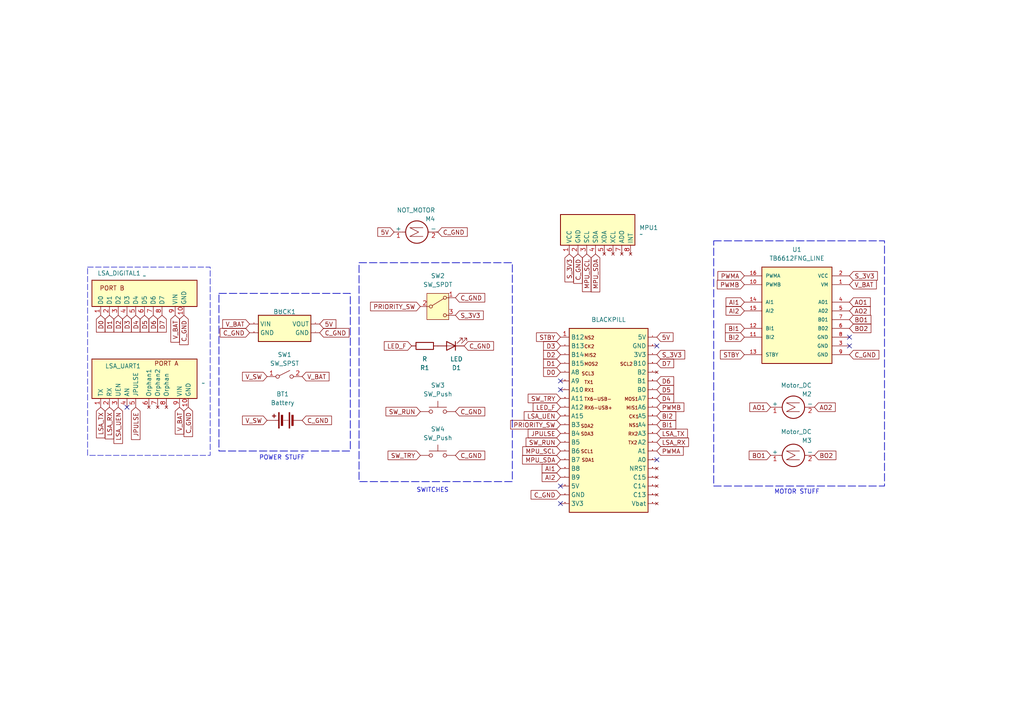
<source format=kicad_sch>
(kicad_sch (version 20250114) (generator "eeschema") (generator_version "9.0")
  (paper "A4")
  (lib_symbols
    (symbol "Device:Battery" (pin_numbers (hide yes)) (pin_names (offset 0) (hide yes))
      (property "Reference" "BT" (at 2.54 2.54 0))
      (property "Value" "Battery" (at 2.54 0 0))
      (symbol "Battery_0_1"
        (rectangle (start -2.286 1.778) (end 2.286 1.524) (fill (type outline)))
        (rectangle (start -2.286 -1.27) (end 2.286 -1.524) (fill (type outline)))
        (rectangle (start -1.524 1.016) (end 1.524 0.508) (fill (type outline)))
        (rectangle (start -1.524 -2.032) (end 1.524 -2.54) (fill (type outline)))
        (polyline (pts (xy 0 1.778) (xy 0 2.54)))
        (polyline (pts (xy 0 0) (xy 0 0.254)))
        (polyline (pts (xy 0 -0.508) (xy 0 -0.254)))
        (polyline (pts (xy 0 -1.016) (xy 0 -0.762)))
        (polyline (pts (xy 0.762 3.048) (xy 1.778 3.048)) (stroke (width 0.254)))
        (polyline (pts (xy 1.27 3.556) (xy 1.27 2.54)) (stroke (width 0.254)))
      )
      (symbol "Battery_1_1"
        (pin passive line (at 0 5.08 270) (length 2.54) (name "+") (number "1"))
        (pin passive line (at 0 -5.08 90) (length 2.54) (name "-") (number "2"))
      )
    )
    (symbol "Device:LED" (pin_numbers (hide yes)) (pin_names (offset 1.016) (hide yes))
      (property "Reference" "D" (at 0 2.54 0))
      (property "Value" "LED" (at 0 -2.54 0))
      (symbol "LED_0_1"
        (polyline (pts (xy -3.048 -0.762) (xy -4.572 -2.286) (xy -3.81 -2.286) (xy -4.572 -2.286) (xy -4.572 -1.524)))
        (polyline (pts (xy -1.778 -0.762) (xy -3.302 -2.286) (xy -2.54 -2.286) (xy -3.302 -2.286) (xy -3.302 -1.524)))
        (polyline (pts (xy -1.27 0) (xy 1.27 0)))
        (polyline (pts (xy -1.27 -1.27) (xy -1.27 1.27)) (stroke (width 0.254)))
        (polyline (pts (xy 1.27 -1.27) (xy 1.27 1.27) (xy -1.27 0) (xy 1.27 -1.27)) (stroke (width 0.254)))
      )
      (symbol "LED_1_1"
        (pin passive line (at -3.81 0 0) (length 2.54) (name "K") (number "1"))
        (pin passive line (at 3.81 0 180) (length 2.54) (name "A") (number "2"))
      )
    )
    (symbol "Device:R" (pin_numbers (hide yes)) (pin_names (offset 0))
      (property "Reference" "R" (at 2.032 0 90))
      (property "Value" "R" (at 0 0 90))
      (symbol "R_0_1"
        (rectangle (start -1.016 -2.54) (end 1.016 2.54) (stroke (width 0.254)))
      )
      (symbol "R_1_1"
        (pin passive line (at 0 3.81 270) (length 1.27) (name "~") (number "1"))
        (pin passive line (at 0 -3.81 90) (length 1.27) (name "~") (number "2"))
      )
    )
    (symbol "LINE_F_SYM_LIB:BUCK_LINE"
      (property "Reference" "BUCK" (at 7.112 13.97 0))
      (symbol "BUCK_LINE_1_0"
        (rectangle (start 0 12.7) (end 15.24 5.08) (stroke (width 0.254)) (fill (type background)))
        (pin power_in line (at -2.54 10.16 0) (length 2.54) (name "VIN") (number "1"))
        (pin power_in line (at -2.54 7.62 0) (length 2.54) (name "GND") (number "3"))
        (pin power_out line (at 17.78 10.16 180) (length 2.54) (name "VOUT") (number "2"))
        (pin power_in line (at 17.78 7.62 180) (length 2.54) (name "GND") (number "4"))
      )
    )
    (symbol "LINE_F_SYM_LIB:FINAL_BLACKPILL_LINE"
      (property "Value" "BLACKPILL" (at -5.842 30.734 0))
      (symbol "FINAL_BLACKPILL_LINE_0_0"
        (text "SDA2" (at -14.478 1.4732 0) (effects (font (size 0.9652 0.9652)) (justify left top)))
        (text "SDA3" (at -14.478 -0.8128 0) (effects (font (size 0.9652 0.9652)) (justify left top)))
        (text "SCL1" (at -14.478 -5.8928 0) (effects (font (size 0.9652 0.9652)) (justify left top)))
        (text "SCL3" (at -14.2494 16.6624 0) (effects (font (size 0.9652 0.9652)) (justify left top)))
        (text "SDA1" (at -14.224 -8.382 0) (effects (font (size 0.9652 0.9652)) (justify left top)))
        (text "NS2" (at -13.4874 27.0764 0) (effects (font (size 0.9652 0.9652)) (justify left top)))
        (text "CK2" (at -13.4874 24.5364 0) (effects (font (size 0.9652 0.9652)) (justify left top)))
        (text "MIS2" (at -13.4874 21.9964 0) (effects (font (size 0.9652 0.9652)) (justify left top)))
        (text "MOS2" (at -13.4874 19.4564 0) (effects (font (size 0.9652 0.9652)) (justify left top)))
        (text "TX6-USB-" (at -13.4874 9.2964 0) (effects (font (size 0.9652 0.9652)) (justify left top)))
        (text "RX6-USB+" (at -13.4874 6.7564 0) (effects (font (size 0.9652 0.9652)) (justify left top)))
        (text "TX1" (at -13.462 14.1732 0) (effects (font (size 0.9652 0.9652)) (justify left top)))
        (text "RX1" (at -13.462 11.8872 0) (effects (font (size 0.9652 0.9652)) (justify left top)))
        (text "SCL2" (at -3.0988 19.4564 0) (effects (font (size 0.9652 0.9652)) (justify left top)))
        (text "MOS1" (at -1.8288 9.2964 0) (effects (font (size 0.9652 0.9652)) (justify left top)))
        (text "MIS1" (at -1.3208 6.7564 0) (effects (font (size 0.9652 0.9652)) (justify left top)))
        (text "RX2" (at -0.762 -0.8128 0) (effects (font (size 0.9652 0.9652)) (justify left top)))
        (text "TX2" (at -0.762 -3.3528 0) (effects (font (size 0.9652 0.9652)) (justify left top)))
        (text "CK1" (at -0.5588 4.2164 0) (effects (font (size 0.9652 0.9652)) (justify left top)))
        (text "NS1" (at -0.5588 1.7018 0) (effects (font (size 0.9652 0.9652)) (justify left top)))
        (pin bidirectional line (at -20.32 24.13 0) (length 2.54) (name "B13") (number "2"))
        (pin bidirectional line (at -20.32 21.59 0) (length 2.54) (name "B14") (number "3"))
        (pin bidirectional line (at -20.32 19.05 0) (length 2.54) (name "B15") (number "4"))
        (pin bidirectional line (at -20.32 16.51 0) (length 2.54) (name "A8") (number "5"))
        (pin bidirectional line (at -20.32 13.97 0) (length 2.54) (name "A9") (number "6"))
        (pin bidirectional line (at -20.32 11.43 0) (length 2.54) (name "A10") (number "7"))
        (pin bidirectional line (at -20.32 8.89 0) (length 2.54) (name "A11") (number "8"))
        (pin bidirectional line (at -20.32 6.35 0) (length 2.54) (name "A12") (number "9"))
        (pin bidirectional line (at -20.32 3.81 0) (length 2.54) (name "A15") (number "10"))
        (pin bidirectional line (at -20.32 1.27 0) (length 2.54) (name "B3") (number "11"))
        (pin bidirectional line (at -20.32 -1.27 0) (length 2.54) (name "B4") (number "12"))
        (pin bidirectional line (at -20.32 -6.35 0) (length 2.54) (name "B6") (number "14"))
        (pin bidirectional line (at -20.32 -8.89 0) (length 2.54) (name "B7") (number "15"))
        (pin bidirectional line (at -20.32 -11.43 0) (length 2.54) (name "B8") (number "16"))
        (pin bidirectional line (at -20.32 -13.97 0) (length 2.54) (name "B9") (number "17"))
        (pin bidirectional line (at 7.62 19.05 180) (length 2.54) (name "B10") (number "24"))
        (pin no_connect line (at 7.62 16.51 180) (length 2.54) (name "B2") (number "25"))
        (pin bidirectional line (at 7.62 13.97 180) (length 2.54) (name "B1") (number "26"))
        (pin bidirectional line (at 7.62 11.43 180) (length 2.54) (name "B0") (number "27"))
        (pin bidirectional line (at 7.62 8.89 180) (length 2.54) (name "A7") (number "28"))
        (pin bidirectional line (at 7.62 6.35 180) (length 2.54) (name "A6") (number "29"))
        (pin bidirectional line (at 7.62 3.81 180) (length 2.54) (name "A5") (number "30"))
        (pin bidirectional line (at 7.62 1.27 180) (length 2.54) (name "A4") (number "31"))
        (pin bidirectional line (at 7.62 -1.27 180) (length 2.54) (name "A3") (number "32"))
        (pin bidirectional line (at 7.62 -3.81 180) (length 2.54) (name "A2") (number "33"))
        (pin bidirectional line (at 7.62 -6.35 180) (length 2.54) (name "A1") (number "34"))
        (pin no_connect line (at 7.62 -13.97 180) (length 2.54) (name "C15") (number "37"))
        (pin no_connect line (at 7.62 -16.51 180) (length 2.54) (name "C14") (number "38"))
        (pin no_connect line (at 7.62 -19.05 180) (length 2.54) (name "C13") (number "39"))
      )
      (symbol "FINAL_BLACKPILL_LINE_1_0"
        (rectangle (start -17.78 29.21) (end 5.08 -24.13) (stroke (width 0.254)) (fill (type background)))
        (pin bidirectional line (at -20.32 26.67 0) (length 2.54) (name "B12") (number "1"))
        (pin bidirectional line (at -20.32 -3.81 0) (length 2.54) (name "B5") (number "13"))
        (pin power_in line (at -20.32 -16.51 0) (length 2.54) (name "5V") (number "18"))
        (pin power_in line (at -20.32 -19.05 0) (length 2.54) (name "GND") (number "19"))
        (pin power_in line (at -20.32 -21.59 0) (length 2.54) (name "3V3") (number "20"))
        (pin power_in line (at 7.62 26.67 180) (length 2.54) (name "5V") (number "21"))
        (pin power_in line (at 7.62 24.13 180) (length 2.54) (name "GND") (number "22"))
        (pin power_in line (at 7.62 21.59 180) (length 2.54) (name "3V3") (number "23"))
        (pin bidirectional line (at 7.62 -8.89 180) (length 2.54) (name "A0") (number "35"))
        (pin no_connect line (at 7.62 -11.43 180) (length 2.54) (name "NRST") (number "36"))
        (pin no_connect line (at 7.62 -21.59 180) (length 2.54) (name "Vbat") (number "40"))
      )
    )
    (symbol "LINE_F_SYM_LIB:LSA_DIGITAL"
      (property "Reference" "LSA_DIGITAL" (at 4.572 8.636 0))
      (symbol "LSA_DIGITAL_1_0"
        (rectangle (start -2.54 7.62) (end 27.94 0) (stroke (width 0.254)) (fill (type background)))
      )
      (symbol "LSA_DIGITAL_1_1"
        (text "PORT B\n" (at 3.302 5.334 0) (effects (font (size 1.27 1.27))))
        (pin bidirectional line (at 0 -2.54 90) (length 2.54) (name "D0") (number "1"))
        (pin bidirectional line (at 2.54 -2.54 90) (length 2.54) (name "D1") (number "2"))
        (pin bidirectional line (at 5.08 -2.54 90) (length 2.54) (name "D2") (number "3"))
        (pin bidirectional line (at 7.62 -2.54 90) (length 2.54) (name "D3") (number "4"))
        (pin bidirectional line (at 10.16 -2.54 90) (length 2.54) (name "D4") (number "5"))
        (pin bidirectional line (at 12.7 -2.54 90) (length 2.54) (name "D5") (number "6"))
        (pin bidirectional line (at 15.24 -2.54 90) (length 2.54) (name "D6") (number "7"))
        (pin bidirectional line (at 17.78 -2.54 90) (length 2.54) (name "D7") (number "8"))
        (pin bidirectional line (at 21.59 -2.54 90) (length 2.54) (name "VIN") (number "9"))
        (pin bidirectional line (at 24.13 -2.54 90) (length 2.54) (name "GND") (number "10"))
      )
    )
    (symbol "LINE_F_SYM_LIB:LSA_UART"
      (property "Reference" "LSA_UART" (at 0.508 8.89 0))
      (symbol "LSA_UART_1_0"
        (rectangle (start -8.89 10.16) (end 21.59 -1.27) (stroke (width 0.254)) (fill (type background)))
      )
      (symbol "LSA_UART_1_1"
        (text "PORT A\n" (at 12.7 8.89 0) (effects (font (size 1.27 1.27))))
        (pin bidirectional line (at -6.35 -3.81 90) (length 2.54) (name "TX") (number "1"))
        (pin bidirectional line (at -3.81 -3.81 90) (length 2.54) (name "RX") (number "2"))
        (pin bidirectional line (at -1.27 -3.81 90) (length 2.54) (name "UEN") (number "3"))
        (pin bidirectional line (at 1.27 -3.81 90) (length 2.54) (name "AN") (number "4"))
        (pin bidirectional line (at 3.81 -3.81 90) (length 2.54) (name "JPULSE") (number "5"))
        (pin no_connect line (at 7.62 -3.81 90) (length 2.54) (name "Orphan1") (number "6"))
        (pin no_connect line (at 10.16 -3.81 90) (length 2.54) (name "Orphan2") (number "7"))
        (pin no_connect line (at 12.7 -3.81 90) (length 2.54) (name "Orphan") (number "8"))
        (pin bidirectional line (at 16.51 -3.81 90) (length 2.54) (name "VIN") (number "9"))
        (pin bidirectional line (at 19.05 -3.81 90) (length 2.54) (name "GND") (number "10"))
      )
    )
    (symbol "LINE_F_SYM_LIB:MPU6050"
      (property "Reference" "MPU6050" (at 9.144 8.636 0))
      (symbol "MPU6050_1_0"
        (rectangle (start 5.08 7.62) (end 13.97 -13.97) (stroke (width 0.254)) (fill (type background)))
      )
      (symbol "MPU6050_1_1"
        (pin bidirectional line (at 2.54 5.08 0) (length 2.54) (name "VCC") (number "1"))
        (pin bidirectional line (at 2.54 2.54 0) (length 2.54) (name "GND") (number "2"))
        (pin bidirectional line (at 2.54 0 0) (length 2.54) (name "SCL") (number "3"))
        (pin bidirectional line (at 2.54 -2.54 0) (length 2.54) (name "SDA") (number "4"))
        (pin no_connect line (at 2.54 -5.08 0) (length 2.54) (name "XDA") (number "5"))
        (pin no_connect line (at 2.54 -7.62 0) (length 2.54) (name "XCL") (number "6"))
        (pin no_connect line (at 2.54 -10.16 0) (length 2.54) (name "ADO") (number "7"))
        (pin no_connect line (at 2.54 -12.7 0) (length 2.54) (name "INT") (number "8"))
      )
    )
    (symbol "LINE_F_SYM_LIB:TB6612FNG_LINE" (pin_names (offset 1.016))
      (property "Reference" "U" (at -10.16 16.002 0))
      (property "Value" "TB6612FNG" (at -5.08 -14.986 0))
      (symbol "TB6612FNG_LINE_0_0"
        (rectangle (start -10.16 -12.7) (end 10.16 15.24) (stroke (width 0.254)) (fill (type background)))
        (pin input line (at -15.24 12.7 0) (length 5.08) (name "PWMA") (number "16"))
        (pin input line (at -15.24 10.16 0) (length 5.08) (name "PWMB") (number "10"))
        (pin input line (at -15.24 5.08 0) (length 5.08) (name "AI1") (number "14"))
        (pin input line (at -15.24 2.54 0) (length 5.08) (name "AI2") (number "15"))
        (pin input line (at -15.24 -2.54 0) (length 5.08) (name "BI1") (number "12"))
        (pin input line (at -15.24 -5.08 0) (length 5.08) (name "BI2") (number "11"))
        (pin input line (at -15.24 -10.16 0) (length 5.08) (name "STBY") (number "13"))
        (pin power_in line (at 15.24 12.7 180) (length 5.08) (name "VCC") (number "2"))
        (pin power_in line (at 15.24 10.16 180) (length 5.08) (name "VM") (number "1"))
        (pin output line (at 15.24 5.08 180) (length 5.08) (name "A01") (number "4"))
        (pin output line (at 15.24 2.54 180) (length 5.08) (name "A02") (number "5"))
        (pin output line (at 15.24 0 180) (length 5.08) (name "B01") (number "7"))
        (pin output line (at 15.24 -2.54 180) (length 5.08) (name "B02") (number "6"))
        (pin power_in line (at 15.24 -5.08 180) (length 5.08) (name "GND") (number "8"))
        (pin power_in line (at 15.24 -7.62 180) (length 5.08) (name "GND") (number "3"))
        (pin power_in line (at 15.24 -10.16 180) (length 5.08) (name "GND") (number "9"))
      )
    )
    (symbol "Motor:Motor_DC" (pin_names (offset 0))
      (property "Reference" "M" (at 2.54 2.54 0))
      (property "Value" "Motor_DC" (at 2.54 -5.08 0))
      (symbol "Motor_DC_0_0"
        (polyline (pts (xy -1.27 -3.302) (xy -1.27 0.508) (xy 0 -2.032) (xy 1.27 0.508) (xy 1.27 -3.302)))
      )
      (symbol "Motor_DC_0_1"
        (polyline (pts (xy 0 2.032) (xy 0 2.54)))
        (polyline (pts (xy 0 1.7272) (xy 0 2.0828)))
        (circle (center 0 -1.524) (radius 3.2512) (stroke (width 0.254)))
        (polyline (pts (xy 0 -4.7752) (xy 0 -5.1816)))
        (polyline (pts (xy 0 -7.62) (xy 0 -7.112)))
      )
      (symbol "Motor_DC_1_1"
        (pin passive line (at 0 5.08 270) (length 2.54) (name "+") (number "1"))
        (pin passive line (at 0 -7.62 90) (length 2.54) (name "-") (number "2"))
      )
    )
    (symbol "Switch:SW_Push" (pin_numbers (hide yes)) (pin_names (offset 1.016) (hide yes))
      (property "Reference" "SW" (at 1.27 2.54 0))
      (property "Value" "SW_Push" (at 0 -1.524 0))
      (symbol "SW_Push_0_1"
        (circle (center -2.032 0) (radius 0.508))
        (polyline (pts (xy 0 1.27) (xy 0 3.048)))
        (circle (center 2.032 0) (radius 0.508))
        (polyline (pts (xy 2.54 1.27) (xy -2.54 1.27)))
        (pin passive line (at -5.08 0 0) (length 2.54) (name "1") (number "1"))
        (pin passive line (at 5.08 0 180) (length 2.54) (name "2") (number "2"))
      )
    )
    (symbol "Switch:SW_SPDT" (pin_names (offset 0) (hide yes))
      (property "Reference" "SW" (at 0 5.08 0))
      (property "Value" "SW_SPDT" (at 0 -5.08 0))
      (symbol "SW_SPDT_0_1"
        (circle (center -2.032 0) (radius 0.4572))
        (polyline (pts (xy -1.651 0.254) (xy 1.651 2.286)))
        (circle (center 2.032 2.54) (radius 0.4572))
        (circle (center 2.032 -2.54) (radius 0.4572))
      )
      (symbol "SW_SPDT_1_1"
        (rectangle (start -3.175 3.81) (end 3.175 -3.81) (fill (type background)))
        (pin passive line (at -5.08 0 0) (length 2.54) (name "B") (number "2"))
        (pin passive line (at 5.08 2.54 180) (length 2.54) (name "A") (number "1"))
        (pin passive line (at 5.08 -2.54 180) (length 2.54) (name "C") (number "3"))
      )
    )
    (symbol "Switch:SW_SPST" (pin_names (offset 0) (hide yes))
      (property "Reference" "SW" (at 0 3.175 0))
      (property "Value" "SW_SPST" (at 0 -2.54 0))
      (symbol "SW_SPST_0_0"
        (circle (center -2.032 0) (radius 0.508))
        (polyline (pts (xy -1.524 0.254) (xy 1.524 1.778)))
        (circle (center 2.032 0) (radius 0.508))
      )
      (symbol "SW_SPST_1_1"
        (pin passive line (at -5.08 0 0) (length 2.54) (name "A") (number "1"))
        (pin passive line (at 5.08 0 180) (length 2.54) (name "B") (number "2"))
      )
    )
  )
  (rectangle (start 63.5 85.09) (end 101.6 130.81) (stroke (width 0.2) (type dash)))
  (rectangle (start 104.14 76.2) (end 148.59 139.7) (stroke (width 0.2) (type dash)))
  (rectangle (start 207.01 69.85) (end 256.54 140.97) (stroke (width 0.2) (type dash)))
  (rectangle (start 25.4 77.47) (end 60.96 132.08) (stroke (width 0) (type dash)))
  (text "MOTOR STUFF" (at 231.14 142.748 0) (effects (font (size 1.27 1.27))))
  (text "SWITCHES\n" (at 125.476 142.24 0) (effects (font (size 1.27 1.27))))
  (text "POWER STUFF\n" (at 81.788 132.842 0) (effects (font (size 1.27 1.27))))
  (no_connect (at 162.56 113.03))
  (no_connect (at 36.83 118.11))
  (no_connect (at 246.38 100.33))
  (no_connect (at 162.56 140.97))
  (no_connect (at 190.5 133.35))
  (no_connect (at 162.56 146.05))
  (no_connect (at 162.56 110.49))
  (no_connect (at 190.5 100.33))
  (no_connect (at 246.38 97.79))
  (global_label "JPULSE" (shape input) (at 162.56 125.73 180) (property "Intersheetrefs" "${INTERSHEET_REFS}" (effects (hide yes))))
  (global_label "D5" (shape input) (at 41.91 91.44 270) (property "Intersheetrefs" "${INTERSHEET_REFS}" (effects (hide yes))))
  (global_label "BO1" (shape input) (at 223.52 132.08 180) (property "Intersheetrefs" "${INTERSHEET_REFS}" (effects (hide yes))))
  (global_label "MPU_SDA" (shape input) (at 162.56 133.35 180) (property "Intersheetrefs" "${INTERSHEET_REFS}" (effects (hide yes))))
  (global_label "D6" (shape input) (at 44.45 91.44 270) (property "Intersheetrefs" "${INTERSHEET_REFS}" (effects (hide yes))))
  (global_label "LSA_UEN" (shape input) (at 162.56 120.65 180) (property "Intersheetrefs" "${INTERSHEET_REFS}" (effects (hide yes))))
  (global_label "D7" (shape input) (at 190.5 105.41 0) (property "Intersheetrefs" "${INTERSHEET_REFS}" (effects (hide yes))))
  (global_label "PRIORITY_SW" (shape input) (at 121.92 88.9 180) (property "Intersheetrefs" "${INTERSHEET_REFS}" (effects (hide yes))))
  (global_label "AO1" (shape input) (at 246.38 87.63 0) (property "Intersheetrefs" "${INTERSHEET_REFS}" (effects (hide yes))))
  (global_label "C_GND" (shape input) (at 87.63 121.92 0) (property "Intersheetrefs" "${INTERSHEET_REFS}" (effects (hide yes))))
  (global_label "C_GND" (shape input) (at 127 67.31 0) (property "Intersheetrefs" "${INTERSHEET_REFS}" (effects (hide yes))))
  (global_label "LSA_RX" (shape input) (at 31.75 118.11 270) (property "Intersheetrefs" "${INTERSHEET_REFS}" (effects (hide yes))))
  (global_label "BO2" (shape input) (at 246.38 95.25 0) (property "Intersheetrefs" "${INTERSHEET_REFS}" (effects (hide yes))))
  (global_label "SW_TRY" (shape input) (at 162.56 115.57 180) (property "Intersheetrefs" "${INTERSHEET_REFS}" (effects (hide yes))))
  (global_label "S_3V3" (shape input) (at 132.08 91.44 0) (property "Intersheetrefs" "${INTERSHEET_REFS}" (effects (hide yes))))
  (global_label "PRIORITY_SW" (shape input) (at 162.56 123.19 180) (property "Intersheetrefs" "${INTERSHEET_REFS}" (effects (hide yes))))
  (global_label "D3" (shape input) (at 36.83 91.44 270) (property "Intersheetrefs" "${INTERSHEET_REFS}" (effects (hide yes))))
  (global_label "BO2" (shape input) (at 236.22 132.08 0) (property "Intersheetrefs" "${INTERSHEET_REFS}" (effects (hide yes))))
  (global_label "5V" (shape input) (at 92.71 93.98 0) (property "Intersheetrefs" "${INTERSHEET_REFS}" (effects (hide yes))))
  (global_label "PWMB" (shape input) (at 190.5 118.11 0) (property "Intersheetrefs" "${INTERSHEET_REFS}" (effects (hide yes))))
  (global_label "C_GND" (shape input) (at 134.62 100.33 0) (property "Intersheetrefs" "${INTERSHEET_REFS}" (effects (hide yes))))
  (global_label "V_BAT" (shape input) (at 52.07 118.11 270) (property "Intersheetrefs" "${INTERSHEET_REFS}" (effects (hide yes))))
  (global_label "MPU_SCL" (shape input) (at 162.56 130.81 180) (property "Intersheetrefs" "${INTERSHEET_REFS}" (effects (hide yes))))
  (global_label "BI2" (shape input) (at 190.5 120.65 0) (property "Intersheetrefs" "${INTERSHEET_REFS}" (effects (hide yes))))
  (global_label "C_GND" (shape input) (at 167.64 73.66 270) (property "Intersheetrefs" "${INTERSHEET_REFS}" (effects (hide yes))))
  (global_label "5V" (shape input) (at 114.3 67.31 180) (property "Intersheetrefs" "${INTERSHEET_REFS}" (effects (hide yes))))
  (global_label "D2" (shape input) (at 162.56 102.87 180) (property "Intersheetrefs" "${INTERSHEET_REFS}" (effects (hide yes))))
  (global_label "AI2" (shape input) (at 215.9 90.17 180) (property "Intersheetrefs" "${INTERSHEET_REFS}" (effects (hide yes))))
  (global_label "D4" (shape input) (at 39.37 91.44 270) (property "Intersheetrefs" "${INTERSHEET_REFS}" (effects (hide yes))))
  (global_label "V_SW" (shape input) (at 77.47 121.92 180) (property "Intersheetrefs" "${INTERSHEET_REFS}" (effects (hide yes))))
  (global_label "PWMA" (shape input) (at 215.9 80.01 180) (property "Intersheetrefs" "${INTERSHEET_REFS}" (effects (hide yes))))
  (global_label "C_GND" (shape input) (at 162.56 143.51 180) (property "Intersheetrefs" "${INTERSHEET_REFS}" (effects (hide yes))))
  (global_label "BI2" (shape input) (at 215.9 97.79 180) (property "Intersheetrefs" "${INTERSHEET_REFS}" (effects (hide yes))))
  (global_label "V_BAT" (shape input) (at 87.63 109.22 0) (property "Intersheetrefs" "${INTERSHEET_REFS}" (effects (hide yes))))
  (global_label "AI1" (shape input) (at 215.9 87.63 180) (property "Intersheetrefs" "${INTERSHEET_REFS}" (effects (hide yes))))
  (global_label "S_3V3" (shape input) (at 165.1 73.66 270) (property "Intersheetrefs" "${INTERSHEET_REFS}" (effects (hide yes))))
  (global_label "SW_RUN" (shape input) (at 162.56 128.27 180) (property "Intersheetrefs" "${INTERSHEET_REFS}" (effects (hide yes))))
  (global_label "AO2" (shape input) (at 236.22 118.11 0) (property "Intersheetrefs" "${INTERSHEET_REFS}" (effects (hide yes))))
  (global_label "C_GND" (shape input) (at 92.71 96.52 0) (property "Intersheetrefs" "${INTERSHEET_REFS}" (effects (hide yes))))
  (global_label "C_GND" (shape input) (at 132.08 132.08 0) (property "Intersheetrefs" "${INTERSHEET_REFS}" (effects (hide yes))))
  (global_label "D6" (shape input) (at 190.5 110.49 0) (property "Intersheetrefs" "${INTERSHEET_REFS}" (effects (hide yes))))
  (global_label "STBY" (shape input) (at 162.56 97.79 180) (property "Intersheetrefs" "${INTERSHEET_REFS}" (effects (hide yes))))
  (global_label "AI2" (shape input) (at 162.56 138.43 180) (property "Intersheetrefs" "${INTERSHEET_REFS}" (effects (hide yes))))
  (global_label "BI1" (shape input) (at 190.5 123.19 0) (property "Intersheetrefs" "${INTERSHEET_REFS}" (effects (hide yes))))
  (global_label "LED_F" (shape input) (at 162.56 118.11 180) (property "Intersheetrefs" "${INTERSHEET_REFS}" (effects (hide yes))))
  (global_label "V_BAT" (shape input) (at 50.8 91.44 270) (property "Intersheetrefs" "${INTERSHEET_REFS}" (effects (hide yes))))
  (global_label "D1" (shape input) (at 162.56 105.41 180) (property "Intersheetrefs" "${INTERSHEET_REFS}" (effects (hide yes))))
  (global_label "V_BAT" (shape input) (at 72.39 93.98 180) (property "Intersheetrefs" "${INTERSHEET_REFS}" (effects (hide yes))))
  (global_label "C_GND" (shape input) (at 72.39 96.52 180) (property "Intersheetrefs" "${INTERSHEET_REFS}" (effects (hide yes))))
  (global_label "PWMA" (shape input) (at 190.5 130.81 0) (property "Intersheetrefs" "${INTERSHEET_REFS}" (effects (hide yes))))
  (global_label "AO1" (shape input) (at 223.52 118.11 180) (property "Intersheetrefs" "${INTERSHEET_REFS}" (effects (hide yes))))
  (global_label "D2" (shape input) (at 34.29 91.44 270) (property "Intersheetrefs" "${INTERSHEET_REFS}" (effects (hide yes))))
  (global_label "LED_F" (shape input) (at 119.38 100.33 180) (property "Intersheetrefs" "${INTERSHEET_REFS}" (effects (hide yes))))
  (global_label "D0" (shape input) (at 162.56 107.95 180) (property "Intersheetrefs" "${INTERSHEET_REFS}" (effects (hide yes))))
  (global_label "SW_RUN" (shape input) (at 121.92 119.38 180) (property "Intersheetrefs" "${INTERSHEET_REFS}" (effects (hide yes))))
  (global_label "JPULSE" (shape input) (at 39.37 118.11 270) (property "Intersheetrefs" "${INTERSHEET_REFS}" (effects (hide yes))))
  (global_label "LSA_RX" (shape input) (at 190.5 128.27 0) (property "Intersheetrefs" "${INTERSHEET_REFS}" (effects (hide yes))))
  (global_label "STBY" (shape input) (at 215.9 102.87 180) (property "Intersheetrefs" "${INTERSHEET_REFS}" (effects (hide yes))))
  (global_label "PWMB" (shape input) (at 215.9 82.55 180) (property "Intersheetrefs" "${INTERSHEET_REFS}" (effects (hide yes))))
  (global_label "D1" (shape input) (at 31.75 91.44 270) (property "Intersheetrefs" "${INTERSHEET_REFS}" (effects (hide yes))))
  (global_label "V_BAT" (shape input) (at 246.38 82.55 0) (property "Intersheetrefs" "${INTERSHEET_REFS}" (effects (hide yes))))
  (global_label "LSA_TX" (shape input) (at 190.5 125.73 0) (property "Intersheetrefs" "${INTERSHEET_REFS}" (effects (hide yes))))
  (global_label "AO2" (shape input) (at 246.38 90.17 0) (property "Intersheetrefs" "${INTERSHEET_REFS}" (effects (hide yes))))
  (global_label "C_GND" (shape input) (at 132.08 119.38 0) (property "Intersheetrefs" "${INTERSHEET_REFS}" (effects (hide yes))))
  (global_label "V_SW" (shape input) (at 77.47 109.22 180) (property "Intersheetrefs" "${INTERSHEET_REFS}" (effects (hide yes))))
  (global_label "LSA_UEN" (shape input) (at 34.29 118.11 270) (property "Intersheetrefs" "${INTERSHEET_REFS}" (effects (hide yes))))
  (global_label "C_GND" (shape input) (at 246.38 102.87 0) (property "Intersheetrefs" "${INTERSHEET_REFS}" (effects (hide yes))))
  (global_label "D7" (shape input) (at 46.99 91.44 270) (property "Intersheetrefs" "${INTERSHEET_REFS}" (effects (hide yes))))
  (global_label "S_3V3" (shape input) (at 246.38 80.01 0) (property "Intersheetrefs" "${INTERSHEET_REFS}" (effects (hide yes))))
  (global_label "BO1" (shape input) (at 246.38 92.71 0) (property "Intersheetrefs" "${INTERSHEET_REFS}" (effects (hide yes))))
  (global_label "LSA_TX" (shape input) (at 29.21 118.11 270) (property "Intersheetrefs" "${INTERSHEET_REFS}" (effects (hide yes))))
  (global_label "C_GND" (shape input) (at 54.61 118.11 270) (property "Intersheetrefs" "${INTERSHEET_REFS}" (effects (hide yes))))
  (global_label "D0" (shape input) (at 29.21 91.44 270) (property "Intersheetrefs" "${INTERSHEET_REFS}" (effects (hide yes))))
  (global_label "SW_TRY" (shape input) (at 121.92 132.08 180) (property "Intersheetrefs" "${INTERSHEET_REFS}" (effects (hide yes))))
  (global_label "D3" (shape input) (at 162.56 100.33 180) (property "Intersheetrefs" "${INTERSHEET_REFS}" (effects (hide yes))))
  (global_label "C_GND" (shape input) (at 132.08 86.36 0) (property "Intersheetrefs" "${INTERSHEET_REFS}" (effects (hide yes))))
  (global_label "D5" (shape input) (at 190.5 113.03 0) (property "Intersheetrefs" "${INTERSHEET_REFS}" (effects (hide yes))))
  (global_label "D4" (shape input) (at 190.5 115.57 0) (property "Intersheetrefs" "${INTERSHEET_REFS}" (effects (hide yes))))
  (global_label "MPU_SCL" (shape input) (at 170.18 73.66 270) (property "Intersheetrefs" "${INTERSHEET_REFS}" (effects (hide yes))))
  (global_label "C_GND" (shape input) (at 53.34 91.44 270) (property "Intersheetrefs" "${INTERSHEET_REFS}" (effects (hide yes))))
  (global_label "MPU_SDA" (shape input) (at 172.72 73.66 270) (property "Intersheetrefs" "${INTERSHEET_REFS}" (effects (hide yes))))
  (global_label "S_3V3" (shape input) (at 190.5 102.87 0) (property "Intersheetrefs" "${INTERSHEET_REFS}" (effects (hide yes))))
  (global_label "5V" (shape input) (at 190.5 97.79 0) (property "Intersheetrefs" "${INTERSHEET_REFS}" (effects (hide yes))))
  (global_label "BI1" (shape input) (at 215.9 95.25 180) (property "Intersheetrefs" "${INTERSHEET_REFS}" (effects (hide yes))))
  (global_label "AI1" (shape input) (at 162.56 135.89 180) (property "Intersheetrefs" "${INTERSHEET_REFS}" (effects (hide yes))))
  (symbol (lib_id "LINE_F_SYM_LIB:MPU6050") (at 170.18 76.2 90) (unit 1)
    (property "Reference" "MPU1" (at 185.42 66.0399 90) (effects (justify right)))
    (property "Value" "~" (at 185.42 67.945 90) (effects (justify right)))
    (property "Footprint" "LINE_F_FOOT_LIB:MPU6050_AR" (effects (hide yes)))
  )
  (symbol (lib_id "LINE_F_SYM_LIB:FINAL_BLACKPILL_LINE") (at 182.88 124.46 0) (unit 1)
    (property "Reference" "m1" (effects (hide yes)))
    (property "Value" "BLACKPILL" (at 176.53 92.71 0))
    (property "Footprint" "LINE_F_FOOT_LIB:FINAL_BLACKPILL_LINE" (effects (hide yes)))
    (property "Datasheet" "https://github.com/WeActTC/MiniSTM32F4x1" (effects (hide yes)))
    (property "Manufacturer Part" "Black Pill V3" (effects (hide yes)))
    (property "Manufacturer" "WeAct Studio" (effects (hide yes)))
    (property "Supplier Part" "4877" (effects (hide yes)))
    (property "Supplier" "Adafruit" (effects (hide yes)))
  )
  (symbol (lib_id "Device:Battery") (at 82.55 121.92 90) (unit 1)
    (property "Reference" "BT1" (at 81.9785 114.3 90))
    (property "Value" "Battery" (at 81.9785 116.84 90))
    (property "Footprint" "LINE_F_FOOT_LIB:BATTERY_LINE_XT60" (effects (hide yes)))
    (property "Description" "Multiple-cell battery" (effects (hide yes)))
  )
  (symbol (lib_id "LINE_F_SYM_LIB:LSA_UART") (at 35.56 114.3 0) (unit 1)
    (property "Reference" "LSA_UART1" (at 30.48 106.172 0) (effects (justify left)))
    (property "Value" "~" (at 58.42 111.125 0) (effects (justify left)))
    (property "Footprint" "LINE_F_FOOT_LIB:LSA_UART" (effects (hide yes)))
  )
  (symbol (lib_id "Device:R") (at 123.19 100.33 90) (unit 1)
    (property "Reference" "R1" (at 123.19 106.68 90))
    (property "Value" "R" (at 123.19 104.14 90))
    (property "Footprint" "LINE_F_FOOT_LIB:RESISTOR_LINE" (effects (hide yes)))
    (property "Description" "Resistor" (effects (hide yes)))
  )
  (symbol (lib_id "LINE_F_SYM_LIB:LSA_DIGITAL") (at 29.21 88.9 0) (unit 1)
    (property "Reference" "LSA_DIGITAL1" (at 34.544 79.248 0))
    (property "Value" "~" (at 41.91 80.01 0))
    (property "Footprint" "LINE_F_FOOT_LIB:LSA_DIGITAL" (effects (hide yes)))
  )
  (symbol (lib_id "Motor:Motor_DC") (at 228.6 132.08 90) (unit 1)
    (property "Reference" "M3" (at 235.458 127.762 90) (effects (justify left)))
    (property "Value" "Motor_DC" (at 235.458 125.222 90) (effects (justify left)))
    (property "Footprint" "LINE_F_FOOT_LIB:connector_motor" (effects (hide yes)))
    (property "Description" "DC Motor" (effects (hide yes)))
  )
  (symbol (lib_id "Motor:Motor_DC") (at 228.6 118.11 90) (unit 1)
    (property "Reference" "M2" (at 235.458 114.3 90) (effects (justify left)))
    (property "Value" "Motor_DC" (at 235.458 111.76 90) (effects (justify left)))
    (property "Footprint" "LINE_F_FOOT_LIB:connector_motor" (effects (hide yes)))
    (property "Description" "DC Motor" (effects (hide yes)))
  )
  (symbol (lib_id "LINE_F_SYM_LIB:BUCK_LINE") (at 74.93 104.14 0) (unit 1)
    (property "Reference" "BUCK1" (at 82.55 90.424 0))
    (property "Value" "~" (at 81.28 90.17 0))
    (property "Footprint" "LINE_F_FOOT_LIB:BUCK_SMD" (effects (hide yes)))
  )
  (symbol (lib_id "Switch:SW_Push") (at 127 132.08 0) (unit 1)
    (property "Reference" "SW4" (at 127 124.46 0))
    (property "Value" "SW_Push" (at 127 127 0))
    (property "Footprint" "LINE_F_FOOT_LIB:push_button" (effects (hide yes)))
    (property "Description" "Push button switch, generic, two pins" (effects (hide yes)))
  )
  (symbol (lib_id "Switch:SW_Push") (at 127 119.38 0) (unit 1)
    (property "Reference" "SW3" (at 127 111.76 0))
    (property "Value" "SW_Push" (at 127 114.3 0))
    (property "Footprint" "LINE_F_FOOT_LIB:push_button" (effects (hide yes)))
    (property "Description" "Push button switch, generic, two pins" (effects (hide yes)))
  )
  (symbol (lib_id "Switch:SW_SPDT") (at 127 88.9 0) (unit 1)
    (property "Reference" "SW2" (at 127 80.01 0))
    (property "Value" "SW_SPDT" (at 127 82.55 0))
    (property "Footprint" "LINE_F_FOOT_LIB:SLIDE SW" (effects (hide yes)))
    (property "Description" "Switch, single pole double throw" (effects (hide yes)))
  )
  (symbol (lib_id "Device:LED") (at 130.81 100.33 180) (unit 1)
    (property "Reference" "D1" (at 132.3975 106.68 0))
    (property "Value" "LED" (at 132.3975 104.14 0))
    (property "Footprint" "LINE_F_FOOT_LIB:LED_LINE" (effects (hide yes)))
    (property "Description" "Light emitting diode" (effects (hide yes)))
    (property "Sim.Pins" "1=K 2=A" (effects (hide yes)))
  )
  (symbol (lib_id "LINE_F_SYM_LIB:TB6612FNG_LINE") (at 231.14 92.71 0) (unit 1)
    (property "Reference" "U1" (at 231.14 72.39 0))
    (property "Value" "TB6612FNG_LINE" (at 231.14 74.93 0))
    (property "Footprint" "LINE_F_FOOT_LIB:TB6612FNG_LINE" (effects (hide yes)))
    (property "MF" "SparkFun Electronics" (effects (hide yes)))
    (property "Description_1" "\n                        \n                            TB6612FNG - Motor Controller/Driver Power Management Evaluation Board\n                        \n" (effects (hide yes)))
    (property "Package" "None" (effects (hide yes)))
    (property "Price" "None" (effects (hide yes)))
    (property "Check_prices" "https://www.snapeda.com/parts/ROB-14450/SparkFun/view-part/?ref=eda" (effects (hide yes)))
    (property "STANDARD" "Manufacturer Recommendation" (effects (hide yes)))
    (property "PARTREV" "11-13-17" (effects (hide yes)))
    (property "SnapEDA_Link" "https://www.snapeda.com/parts/ROB-14450/SparkFun/view-part/?ref=snap" (effects (hide yes)))
    (property "MP" "ROB-14450" (effects (hide yes)))
    (property "Availability" "In Stock" (effects (hide yes)))
    (property "MANUFACTURER" "Sparkfun Electronics" (effects (hide yes)))
  )
  (symbol (lib_id "Switch:SW_SPST") (at 82.55 109.22 0) (unit 1)
    (property "Reference" "SW1" (at 82.55 102.87 0))
    (property "Value" "SW_SPST" (at 82.55 105.41 0))
    (property "Footprint" "LINE_F_FOOT_LIB:battery_sw" (effects (hide yes)))
    (property "Description" "Single Pole Single Throw (SPST) switch" (effects (hide yes)))
  )
  (symbol (lib_id "Motor:Motor_DC") (at 119.38 67.31 90) (unit 1)
    (property "Reference" "M4" (at 126.238 63.5 90) (effects (justify left)))
    (property "Value" "NOT_MOTOR" (at 126.238 60.96 90) (effects (justify left)))
    (property "Footprint" "LINE_F_FOOT_LIB:connector_motor" (effects (hide yes)))
    (property "Description" "DC Motor" (effects (hide yes)))
  )
)
</source>
